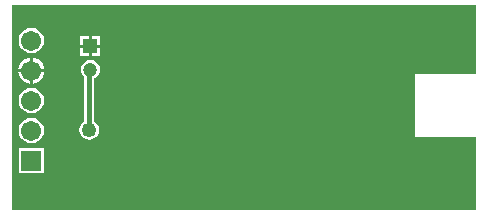
<source format=gbl>
G04*
G04 #@! TF.GenerationSoftware,Altium Limited,Altium Designer,18.1.1 (9)*
G04*
G04 Layer_Physical_Order=2*
G04 Layer_Color=16711680*
%FSLAX42Y42*%
%MOMM*%
G71*
G01*
G75*
%ADD25C,1.20*%
%ADD37C,0.40*%
%ADD38C,0.25*%
%ADD61R,1.20X1.20*%
%ADD62R,1.71X1.71*%
%ADD63C,1.71*%
%ADD64C,1.25*%
%ADD65C,1.00*%
G36*
X17Y-20D02*
X-500D01*
Y-550D01*
X17D01*
Y-1167D01*
X-3917D01*
Y567D01*
X17D01*
Y-20D01*
D02*
G37*
%LPC*%
G36*
X-3165Y305D02*
X-3237D01*
Y233D01*
X-3165D01*
Y305D01*
D02*
G37*
G36*
X-3263D02*
X-3335D01*
Y233D01*
X-3263D01*
Y305D01*
D02*
G37*
G36*
X-3750Y372D02*
X-3778Y369D01*
X-3803Y358D01*
X-3825Y341D01*
X-3842Y319D01*
X-3853Y294D01*
X-3856Y266D01*
X-3853Y238D01*
X-3842Y213D01*
X-3825Y191D01*
X-3803Y174D01*
X-3778Y163D01*
X-3750Y160D01*
X-3722Y163D01*
X-3697Y174D01*
X-3675Y191D01*
X-3658Y213D01*
X-3647Y238D01*
X-3644Y266D01*
X-3647Y294D01*
X-3658Y319D01*
X-3675Y341D01*
X-3697Y358D01*
X-3722Y369D01*
X-3750Y372D01*
D02*
G37*
G36*
X-3165Y207D02*
X-3237D01*
Y135D01*
X-3165D01*
Y207D01*
D02*
G37*
G36*
X-3263D02*
X-3335D01*
Y135D01*
X-3263D01*
Y207D01*
D02*
G37*
G36*
X-3737Y122D02*
Y25D01*
X-3640D01*
X-3642Y41D01*
X-3653Y68D01*
X-3671Y91D01*
X-3694Y109D01*
X-3721Y120D01*
X-3737Y122D01*
D02*
G37*
G36*
X-3763D02*
X-3779Y120D01*
X-3806Y109D01*
X-3829Y91D01*
X-3847Y68D01*
X-3858Y41D01*
X-3860Y25D01*
X-3763D01*
Y122D01*
D02*
G37*
G36*
X-3640Y-1D02*
X-3737D01*
Y-98D01*
X-3721Y-96D01*
X-3694Y-85D01*
X-3671Y-67D01*
X-3653Y-44D01*
X-3642Y-17D01*
X-3640Y-1D01*
D02*
G37*
G36*
X-3763D02*
X-3860D01*
X-3858Y-17D01*
X-3847Y-44D01*
X-3829Y-67D01*
X-3806Y-85D01*
X-3779Y-96D01*
X-3763Y-98D01*
Y-1D01*
D02*
G37*
G36*
X-3750Y-136D02*
X-3778Y-139D01*
X-3803Y-150D01*
X-3825Y-167D01*
X-3842Y-189D01*
X-3853Y-214D01*
X-3856Y-242D01*
X-3853Y-270D01*
X-3842Y-295D01*
X-3825Y-317D01*
X-3803Y-334D01*
X-3778Y-345D01*
X-3750Y-348D01*
X-3722Y-345D01*
X-3697Y-334D01*
X-3675Y-317D01*
X-3658Y-295D01*
X-3647Y-270D01*
X-3644Y-242D01*
X-3647Y-214D01*
X-3658Y-189D01*
X-3675Y-167D01*
X-3697Y-150D01*
X-3722Y-139D01*
X-3750Y-136D01*
D02*
G37*
G36*
X-3250Y101D02*
X-3271Y98D01*
X-3290Y90D01*
X-3307Y77D01*
X-3320Y60D01*
X-3328Y41D01*
X-3331Y20D01*
X-3328Y-1D01*
X-3320Y-20D01*
X-3307Y-37D01*
X-3301Y-42D01*
Y-418D01*
X-3302Y-418D01*
X-3319Y-431D01*
X-3332Y-448D01*
X-3340Y-468D01*
X-3343Y-490D01*
X-3340Y-512D01*
X-3332Y-532D01*
X-3319Y-549D01*
X-3302Y-562D01*
X-3282Y-570D01*
X-3260Y-573D01*
X-3238Y-570D01*
X-3218Y-562D01*
X-3201Y-549D01*
X-3188Y-532D01*
X-3180Y-512D01*
X-3177Y-490D01*
X-3180Y-468D01*
X-3188Y-448D01*
X-3201Y-431D01*
X-3218Y-418D01*
X-3219Y-418D01*
Y-54D01*
X-3210Y-50D01*
X-3193Y-37D01*
X-3180Y-20D01*
X-3172Y-1D01*
X-3169Y20D01*
X-3172Y41D01*
X-3180Y60D01*
X-3193Y77D01*
X-3210Y90D01*
X-3229Y98D01*
X-3250Y101D01*
D02*
G37*
G36*
X-3750Y-390D02*
X-3778Y-393D01*
X-3803Y-404D01*
X-3825Y-421D01*
X-3842Y-443D01*
X-3853Y-468D01*
X-3856Y-496D01*
X-3853Y-524D01*
X-3842Y-549D01*
X-3825Y-571D01*
X-3803Y-588D01*
X-3778Y-599D01*
X-3750Y-602D01*
X-3722Y-599D01*
X-3697Y-588D01*
X-3675Y-571D01*
X-3658Y-549D01*
X-3647Y-524D01*
X-3644Y-496D01*
X-3647Y-468D01*
X-3658Y-443D01*
X-3675Y-421D01*
X-3697Y-404D01*
X-3722Y-393D01*
X-3750Y-390D01*
D02*
G37*
G36*
X-3644Y-645D02*
X-3856D01*
Y-856D01*
X-3644D01*
Y-645D01*
D02*
G37*
%LPD*%
D25*
X-3250Y20D02*
D03*
D37*
X-3260Y-490D02*
Y-30D01*
D38*
X-3250Y-20D01*
D61*
X-3250Y220D02*
D03*
D62*
X-3750Y-750D02*
D03*
D63*
Y-496D02*
D03*
Y-242D02*
D03*
Y12D02*
D03*
Y266D02*
D03*
D64*
X-3228Y-700D02*
D03*
X-2900Y380D02*
D03*
X-2906Y-1046D02*
D03*
X-3530Y-970D02*
D03*
X-3260Y-490D02*
D03*
D65*
X-450Y-850D02*
D03*
Y-1000D02*
D03*
X-600Y-850D02*
D03*
Y-1000D02*
D03*
Y-700D02*
D03*
X-300Y-1000D02*
D03*
X-150D02*
D03*
Y-850D02*
D03*
Y-700D02*
D03*
X-300D02*
D03*
X-450D02*
D03*
X-600Y-550D02*
D03*
Y-400D02*
D03*
Y-250D02*
D03*
Y-100D02*
D03*
X-1070Y-350D02*
D03*
X-225Y450D02*
D03*
X-100Y375D02*
D03*
X-50Y225D02*
D03*
X-350Y450D02*
D03*
X-475D02*
D03*
X-600D02*
D03*
X-725D02*
D03*
X-850D02*
D03*
X-975D02*
D03*
X-1100D02*
D03*
X-1225D02*
D03*
X-1350D02*
D03*
X-350Y100D02*
D03*
X-475D02*
D03*
X-850D02*
D03*
X-975D02*
D03*
X-1225D02*
D03*
X-1350D02*
D03*
M02*

</source>
